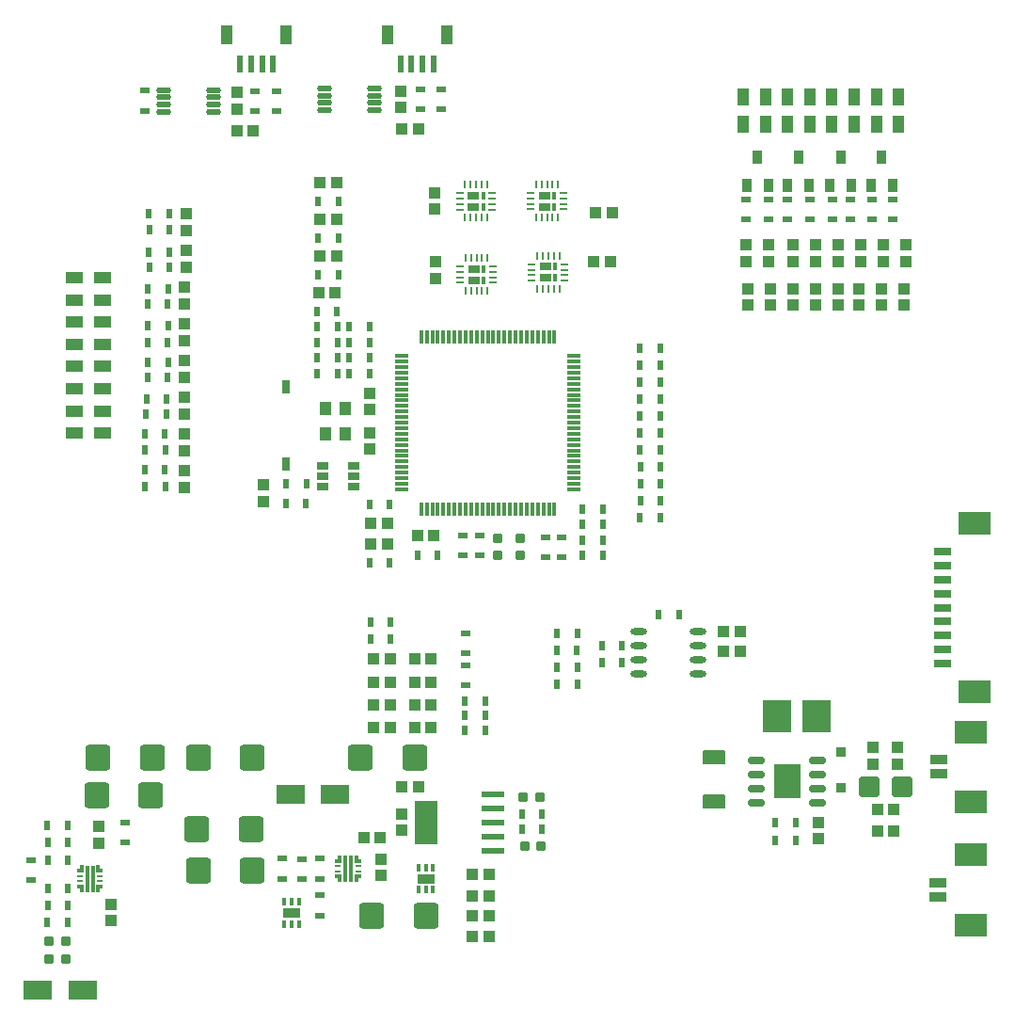
<source format=gbr>
G04*
G04 #@! TF.GenerationSoftware,Altium Limited,Altium Designer,24.1.2 (44)*
G04*
G04 Layer_Color=8421504*
%FSLAX44Y44*%
%MOMM*%
G71*
G04*
G04 #@! TF.SameCoordinates,8DB790BD-C0D2-442E-8808-D1DB86FAA070*
G04*
G04*
G04 #@! TF.FilePolarity,Positive*
G04*
G01*
G75*
%ADD21R,1.6000X0.8900*%
%ADD22R,0.3000X0.7000*%
%ADD23R,0.6000X0.9000*%
%ADD24R,1.5000X1.0000*%
%ADD25R,1.0000X1.8000*%
%ADD26R,0.6000X1.6400*%
%ADD27R,1.0000X1.5000*%
%ADD28R,1.6000X0.8100*%
%ADD29R,3.0000X2.1000*%
%ADD30O,1.5500X0.7000*%
%ADD31R,1.6000X0.8000*%
%ADD32R,3.0000X2.1000*%
%ADD33R,1.0000X0.7000*%
%ADD34R,0.3000X0.6500*%
%ADD35R,0.2500X0.7000*%
%ADD36R,0.7000X0.2500*%
%ADD37R,0.8500X1.2000*%
%ADD38R,0.3000X1.2000*%
%ADD39R,1.2000X0.3000*%
%ADD40R,1.0000X1.0500*%
%ADD41R,1.0500X1.0000*%
G04:AMPARAMS|DCode=42|XSize=0.91mm|YSize=0.83mm|CornerRadius=0.22mm|HoleSize=0mm|Usage=FLASHONLY|Rotation=180.000|XOffset=0mm|YOffset=0mm|HoleType=Round|Shape=RoundedRectangle|*
%AMROUNDEDRECTD42*
21,1,0.9100,0.3901,0,0,180.0*
21,1,0.4701,0.8300,0,0,180.0*
1,1,0.4399,-0.2351,0.1951*
1,1,0.4399,0.2351,0.1951*
1,1,0.4399,0.2351,-0.1951*
1,1,0.4399,-0.2351,-0.1951*
%
%ADD42ROUNDEDRECTD42*%
%ADD43R,2.1000X4.0000*%
%ADD44R,2.1000X0.6000*%
%ADD45R,0.8000X1.2000*%
%ADD46R,0.9000X0.6000*%
%ADD47R,0.9500X0.9000*%
G04:AMPARAMS|DCode=48|XSize=1.8mm|YSize=1.84mm|CornerRadius=0.225mm|HoleSize=0mm|Usage=FLASHONLY|Rotation=180.000|XOffset=0mm|YOffset=0mm|HoleType=Round|Shape=RoundedRectangle|*
%AMROUNDEDRECTD48*
21,1,1.8000,1.3900,0,0,180.0*
21,1,1.3500,1.8400,0,0,180.0*
1,1,0.4500,-0.6750,0.6950*
1,1,0.4500,0.6750,0.6950*
1,1,0.4500,0.6750,-0.6950*
1,1,0.4500,-0.6750,-0.6950*
%
%ADD48ROUNDEDRECTD48*%
G04:AMPARAMS|DCode=49|XSize=2.24mm|YSize=2.32mm|CornerRadius=0.28mm|HoleSize=0mm|Usage=FLASHONLY|Rotation=180.000|XOffset=0mm|YOffset=0mm|HoleType=Round|Shape=RoundedRectangle|*
%AMROUNDEDRECTD49*
21,1,2.2400,1.7600,0,0,180.0*
21,1,1.6800,2.3200,0,0,180.0*
1,1,0.5600,-0.8400,0.8800*
1,1,0.5600,0.8400,0.8800*
1,1,0.5600,0.8400,-0.8800*
1,1,0.5600,-0.8400,-0.8800*
%
%ADD49ROUNDEDRECTD49*%
%ADD50R,0.3000X2.4000*%
%ADD51R,0.3500X0.6500*%
%ADD52R,0.6000X0.3000*%
%ADD53R,0.6000X0.2500*%
%ADD54R,2.5000X1.7000*%
%ADD55O,1.3500X0.5500*%
G04:AMPARAMS|DCode=56|XSize=1.27mm|YSize=2.1mm|CornerRadius=0.1588mm|HoleSize=0mm|Usage=FLASHONLY|Rotation=270.000|XOffset=0mm|YOffset=0mm|HoleType=Round|Shape=RoundedRectangle|*
%AMROUNDEDRECTD56*
21,1,1.2700,1.7825,0,0,270.0*
21,1,0.9525,2.1000,0,0,270.0*
1,1,0.3175,-0.8913,-0.4763*
1,1,0.3175,-0.8913,0.4763*
1,1,0.3175,0.8913,0.4763*
1,1,0.3175,0.8913,-0.4763*
%
%ADD56ROUNDEDRECTD56*%
%ADD57R,2.4500X3.0500*%
%ADD58R,2.5000X3.0000*%
%ADD59O,1.5000X0.6000*%
%ADD60R,1.1000X1.3000*%
%ADD61R,1.1000X0.7000*%
G04:AMPARAMS|DCode=62|XSize=0.91mm|YSize=0.83mm|CornerRadius=0.22mm|HoleSize=0mm|Usage=FLASHONLY|Rotation=270.000|XOffset=0mm|YOffset=0mm|HoleType=Round|Shape=RoundedRectangle|*
%AMROUNDEDRECTD62*
21,1,0.9100,0.3901,0,0,270.0*
21,1,0.4701,0.8300,0,0,270.0*
1,1,0.4399,-0.1951,-0.2351*
1,1,0.4399,-0.1951,0.2351*
1,1,0.4399,0.1951,0.2351*
1,1,0.4399,0.1951,-0.2351*
%
%ADD62ROUNDEDRECTD62*%
D21*
X1560670Y853230D02*
D03*
X1681470Y883920D02*
D03*
D22*
X1554170Y863180D02*
D03*
X1560670D02*
D03*
X1567170D02*
D03*
Y843280D02*
D03*
X1560670D02*
D03*
X1554170D02*
D03*
X1687970Y893870D02*
D03*
X1681470D02*
D03*
X1674970D02*
D03*
X1687970Y873970D02*
D03*
X1681470D02*
D03*
X1674970D02*
D03*
D23*
X1583312Y1394459D02*
D03*
X1601471Y1394460D02*
D03*
X1840608Y1202691D02*
D03*
X1822449Y1202690D02*
D03*
X1840608Y1174751D02*
D03*
X1822449Y1174750D02*
D03*
X1840608Y1216661D02*
D03*
X1822449Y1216660D02*
D03*
X1840608Y1188721D02*
D03*
X1822449Y1188720D02*
D03*
X1673859Y1174750D02*
D03*
X1692018Y1174751D02*
D03*
X1630679Y1220470D02*
D03*
X1648838Y1220471D02*
D03*
X1630679Y1168400D02*
D03*
X1648838Y1168401D02*
D03*
X1874519Y1224280D02*
D03*
X1892678Y1224281D02*
D03*
X1874520Y1239520D02*
D03*
X1892679Y1239521D02*
D03*
X1874519Y1254760D02*
D03*
X1892678Y1254761D02*
D03*
X1874141Y1285239D02*
D03*
X1892300Y1285240D02*
D03*
X1874141Y1300479D02*
D03*
X1892300Y1300480D02*
D03*
X1874141Y1315719D02*
D03*
X1892300Y1315720D02*
D03*
X1874141Y1330959D02*
D03*
X1892300Y1330960D02*
D03*
X1767839Y942340D02*
D03*
X1785998Y942341D02*
D03*
X1767839Y928370D02*
D03*
X1785998Y928371D02*
D03*
X1341119Y859790D02*
D03*
X1359278Y859791D02*
D03*
X1341119Y875030D02*
D03*
X1359278Y875031D02*
D03*
X1341119Y900430D02*
D03*
X1359278Y900431D02*
D03*
X1358901Y932180D02*
D03*
X1340742Y932179D02*
D03*
X1358901Y844550D02*
D03*
X1340742Y844549D02*
D03*
X1341119Y916940D02*
D03*
X1359278Y916941D02*
D03*
X1649731Y1099820D02*
D03*
X1631572Y1099819D02*
D03*
X1649731Y1115060D02*
D03*
X1631572Y1115059D02*
D03*
X1734821Y1031240D02*
D03*
X1716662Y1031239D02*
D03*
X1734821Y1043940D02*
D03*
X1716662Y1043939D02*
D03*
X1734821Y1017270D02*
D03*
X1716662Y1017269D02*
D03*
X1799589Y1104900D02*
D03*
X1817748Y1104901D02*
D03*
X1799589Y1059180D02*
D03*
X1817748Y1059181D02*
D03*
X1799589Y1074420D02*
D03*
X1817748Y1074421D02*
D03*
X1892301Y1361440D02*
D03*
X1874142Y1361439D02*
D03*
X1892301Y1270000D02*
D03*
X1874142Y1269999D02*
D03*
X1892301Y1209040D02*
D03*
X1874142Y1209039D02*
D03*
X1892301Y1346200D02*
D03*
X1874142Y1346199D02*
D03*
X1817371Y1089660D02*
D03*
X1799212Y1089659D02*
D03*
X1630681Y1380490D02*
D03*
X1612522Y1380489D02*
D03*
X1630681Y1366520D02*
D03*
X1612522Y1366519D02*
D03*
X1583689Y1380490D02*
D03*
X1601848Y1380491D02*
D03*
X1583689Y1366520D02*
D03*
X1601848Y1366521D02*
D03*
X1630681Y1352550D02*
D03*
X1612522Y1352549D02*
D03*
X1630681Y1338580D02*
D03*
X1612522Y1338579D02*
D03*
X1583689Y1352550D02*
D03*
X1601848Y1352551D02*
D03*
X1583689Y1338580D02*
D03*
X1601848Y1338581D02*
D03*
X1602741Y1460500D02*
D03*
X1584582Y1460499D02*
D03*
X1428749Y1269880D02*
D03*
X1446908Y1269881D02*
D03*
X1449071Y1400690D02*
D03*
X1430912Y1400689D02*
D03*
X1446531Y1283850D02*
D03*
X1428372Y1283849D02*
D03*
X1431289Y1414660D02*
D03*
X1449448Y1414661D02*
D03*
X1602741Y1493520D02*
D03*
X1584582Y1493519D02*
D03*
X1449071Y1334650D02*
D03*
X1430912Y1334649D02*
D03*
X1432559Y1468000D02*
D03*
X1450718Y1468001D02*
D03*
X1431289Y1348620D02*
D03*
X1449448Y1348621D02*
D03*
X1450341Y1481970D02*
D03*
X1432182Y1481969D02*
D03*
X1446531Y1252100D02*
D03*
X1428372Y1252099D02*
D03*
X1431289Y1381640D02*
D03*
X1449448Y1381641D02*
D03*
X1428749Y1236860D02*
D03*
X1446908Y1236861D02*
D03*
X1449071Y1366400D02*
D03*
X1430912Y1366399D02*
D03*
X1602741Y1427480D02*
D03*
X1584582Y1427479D02*
D03*
X1450341Y1447680D02*
D03*
X1432182Y1447679D02*
D03*
X1430019Y1315600D02*
D03*
X1448178Y1315601D02*
D03*
X1432559Y1433710D02*
D03*
X1450718Y1433711D02*
D03*
X1447801Y1301630D02*
D03*
X1429642Y1301629D02*
D03*
X1891029Y1121410D02*
D03*
X1909188Y1121411D02*
D03*
X2014221Y918210D02*
D03*
X1996062Y918209D02*
D03*
X2014221Y934720D02*
D03*
X1996062Y934719D02*
D03*
X1858011Y1078230D02*
D03*
X1839852Y1078229D02*
D03*
X1858011Y1093470D02*
D03*
X1839852Y1093469D02*
D03*
X1573531Y1221740D02*
D03*
X1555372Y1221739D02*
D03*
X1555749Y1239520D02*
D03*
X1573908Y1239521D02*
D03*
D24*
X1390250Y1284610D02*
D03*
X1365250D02*
D03*
X1390250Y1304610D02*
D03*
X1365250D02*
D03*
X1390250Y1324610D02*
D03*
X1365250D02*
D03*
X1390250Y1344610D02*
D03*
X1365250D02*
D03*
X1390250Y1364610D02*
D03*
X1365250D02*
D03*
X1390250Y1384610D02*
D03*
X1365250D02*
D03*
X1390250Y1404610D02*
D03*
X1365250D02*
D03*
X1390250Y1424610D02*
D03*
X1365250D02*
D03*
D25*
X1502730Y1643380D02*
D03*
X1556070D02*
D03*
X1647190D02*
D03*
X1700530D02*
D03*
D26*
X1524160Y1616710D02*
D03*
X1544160D02*
D03*
X1534160D02*
D03*
X1514160D02*
D03*
X1668620D02*
D03*
X1688620D02*
D03*
X1678620D02*
D03*
X1658620D02*
D03*
D27*
X1967080Y1562180D02*
D03*
Y1587180D02*
D03*
X1987080Y1562180D02*
D03*
Y1587180D02*
D03*
X2007080Y1562180D02*
D03*
Y1587180D02*
D03*
X2027080Y1562180D02*
D03*
Y1587180D02*
D03*
X2047080Y1562180D02*
D03*
Y1587180D02*
D03*
X2067080Y1562180D02*
D03*
Y1587180D02*
D03*
X2087080Y1562180D02*
D03*
Y1587180D02*
D03*
X2107080Y1562180D02*
D03*
Y1587180D02*
D03*
D28*
X2143230Y990700D02*
D03*
Y978200D02*
D03*
X2142700Y880010D02*
D03*
Y867510D02*
D03*
D29*
X2172230Y952700D02*
D03*
X2172230Y1016000D02*
D03*
X2171700Y905310D02*
D03*
X2171700Y842010D02*
D03*
D30*
X2033850Y977900D02*
D03*
X1979350Y965200D02*
D03*
Y952500D02*
D03*
Y990600D02*
D03*
Y977900D02*
D03*
X2033850Y990600D02*
D03*
Y965200D02*
D03*
Y952500D02*
D03*
D31*
X2146430Y1077760D02*
D03*
Y1090260D02*
D03*
Y1102760D02*
D03*
Y1115260D02*
D03*
Y1127760D02*
D03*
Y1140260D02*
D03*
Y1152760D02*
D03*
Y1165260D02*
D03*
Y1177760D02*
D03*
D32*
X2175430Y1203260D02*
D03*
Y1052260D02*
D03*
D33*
X1789270Y1424160D02*
D03*
Y1434320D02*
D03*
X1788160Y1488440D02*
D03*
Y1498600D02*
D03*
X1724660Y1422400D02*
D03*
Y1432560D02*
D03*
X1724170Y1488320D02*
D03*
Y1498480D02*
D03*
D34*
X1798160Y1424160D02*
D03*
Y1434320D02*
D03*
X1797050Y1488440D02*
D03*
Y1498600D02*
D03*
X1733550Y1422400D02*
D03*
Y1432560D02*
D03*
X1733060Y1488320D02*
D03*
Y1498480D02*
D03*
X1604330Y901560D02*
D03*
X1618830D02*
D03*
X1371960Y892670D02*
D03*
X1386460D02*
D03*
D35*
X1801810Y1443990D02*
D03*
X1796810D02*
D03*
X1791810D02*
D03*
X1786810D02*
D03*
X1781810D02*
D03*
Y1414490D02*
D03*
X1786810D02*
D03*
X1791810D02*
D03*
X1796810D02*
D03*
X1801810D02*
D03*
X1800700Y1508270D02*
D03*
X1795700D02*
D03*
X1790700D02*
D03*
X1785700D02*
D03*
X1780700D02*
D03*
Y1478770D02*
D03*
X1785700D02*
D03*
X1790700D02*
D03*
X1795700D02*
D03*
X1800700D02*
D03*
X1737200Y1442230D02*
D03*
X1732200D02*
D03*
X1727200D02*
D03*
X1722200D02*
D03*
X1717200D02*
D03*
Y1412730D02*
D03*
X1722200D02*
D03*
X1727200D02*
D03*
X1732200D02*
D03*
X1737200D02*
D03*
X1736710Y1508150D02*
D03*
X1731710D02*
D03*
X1726710D02*
D03*
X1721710D02*
D03*
X1716710D02*
D03*
Y1478650D02*
D03*
X1721710D02*
D03*
X1726710D02*
D03*
X1731710D02*
D03*
X1736710D02*
D03*
D36*
X1777060Y1436740D02*
D03*
Y1431740D02*
D03*
Y1426740D02*
D03*
Y1421740D02*
D03*
X1806560Y1426740D02*
D03*
Y1431740D02*
D03*
Y1436740D02*
D03*
Y1421740D02*
D03*
X1775950Y1501020D02*
D03*
Y1496020D02*
D03*
Y1491020D02*
D03*
Y1486020D02*
D03*
X1805450Y1491020D02*
D03*
Y1496020D02*
D03*
Y1501020D02*
D03*
Y1486020D02*
D03*
X1712450Y1434980D02*
D03*
Y1429980D02*
D03*
Y1424980D02*
D03*
Y1419980D02*
D03*
X1741950D02*
D03*
Y1424980D02*
D03*
Y1429980D02*
D03*
Y1434980D02*
D03*
X1711960Y1500900D02*
D03*
Y1495900D02*
D03*
Y1490900D02*
D03*
Y1485900D02*
D03*
X1741460Y1490900D02*
D03*
Y1495900D02*
D03*
Y1500900D02*
D03*
Y1485900D02*
D03*
D37*
X1989785Y1507690D02*
D03*
X1970532Y1507744D02*
D03*
X1979981Y1532690D02*
D03*
X2016811D02*
D03*
X2007362Y1507744D02*
D03*
X2026615Y1507690D02*
D03*
X2091690Y1532890D02*
D03*
X2082241Y1507944D02*
D03*
X2101494Y1507890D02*
D03*
X2054860Y1532890D02*
D03*
X2045411Y1507944D02*
D03*
X2064664Y1507890D02*
D03*
D38*
X1687360Y1371630D02*
D03*
X1697360D02*
D03*
X1702360D02*
D03*
X1677360Y1216630D02*
D03*
X1682360D02*
D03*
X1687360D02*
D03*
X1692360D02*
D03*
X1697360D02*
D03*
X1702360D02*
D03*
X1707360D02*
D03*
X1712360D02*
D03*
X1717360D02*
D03*
X1722360D02*
D03*
X1727360D02*
D03*
X1732360D02*
D03*
X1737360D02*
D03*
X1742360D02*
D03*
X1747360D02*
D03*
X1752360D02*
D03*
X1757360D02*
D03*
X1762360D02*
D03*
X1767360D02*
D03*
X1772360D02*
D03*
X1777360D02*
D03*
X1782360D02*
D03*
X1787360D02*
D03*
X1792360D02*
D03*
X1797360D02*
D03*
Y1371630D02*
D03*
X1792360D02*
D03*
X1787360D02*
D03*
X1782360D02*
D03*
X1777360D02*
D03*
X1772360D02*
D03*
X1767360D02*
D03*
X1762360D02*
D03*
X1757360D02*
D03*
X1752360D02*
D03*
X1747360D02*
D03*
X1742360D02*
D03*
X1737360D02*
D03*
X1732360D02*
D03*
X1727360D02*
D03*
X1722360D02*
D03*
X1717360D02*
D03*
X1712360D02*
D03*
X1707360D02*
D03*
X1692360D02*
D03*
X1682360D02*
D03*
X1677360D02*
D03*
D39*
X1814860Y1249130D02*
D03*
X1659860Y1354130D02*
D03*
Y1349130D02*
D03*
Y1344130D02*
D03*
Y1339130D02*
D03*
Y1334130D02*
D03*
Y1329130D02*
D03*
Y1324130D02*
D03*
Y1319130D02*
D03*
Y1314130D02*
D03*
Y1309130D02*
D03*
Y1304130D02*
D03*
Y1299130D02*
D03*
Y1294130D02*
D03*
Y1289130D02*
D03*
Y1284130D02*
D03*
Y1279130D02*
D03*
Y1274130D02*
D03*
Y1269130D02*
D03*
Y1264130D02*
D03*
Y1259130D02*
D03*
Y1254130D02*
D03*
Y1249130D02*
D03*
Y1244130D02*
D03*
Y1239130D02*
D03*
Y1234130D02*
D03*
X1814860D02*
D03*
Y1239130D02*
D03*
Y1244130D02*
D03*
Y1254130D02*
D03*
Y1259130D02*
D03*
Y1264130D02*
D03*
Y1269130D02*
D03*
Y1274130D02*
D03*
Y1279130D02*
D03*
Y1284130D02*
D03*
Y1289130D02*
D03*
Y1294130D02*
D03*
Y1299130D02*
D03*
Y1304130D02*
D03*
Y1309130D02*
D03*
Y1314130D02*
D03*
Y1319130D02*
D03*
Y1324130D02*
D03*
Y1329130D02*
D03*
Y1334130D02*
D03*
Y1339130D02*
D03*
Y1344130D02*
D03*
Y1349130D02*
D03*
Y1354130D02*
D03*
D40*
X1971040Y1414660D02*
D03*
Y1399660D02*
D03*
X2011680Y1414660D02*
D03*
Y1399660D02*
D03*
X1991360Y1414660D02*
D03*
Y1399660D02*
D03*
X2091690Y1414660D02*
D03*
Y1399660D02*
D03*
X2112010Y1414660D02*
D03*
Y1399660D02*
D03*
X2113280Y1439030D02*
D03*
Y1454030D02*
D03*
X2072640Y1439150D02*
D03*
Y1454150D02*
D03*
X2052320Y1439150D02*
D03*
Y1454150D02*
D03*
X2032000Y1414660D02*
D03*
Y1399660D02*
D03*
X2011680Y1439150D02*
D03*
Y1454150D02*
D03*
X2071370Y1414780D02*
D03*
Y1399780D02*
D03*
X2052320Y1414660D02*
D03*
Y1399660D02*
D03*
X1969770Y1438910D02*
D03*
Y1453910D02*
D03*
X1990090Y1439030D02*
D03*
Y1454030D02*
D03*
X2092960Y1439030D02*
D03*
Y1454030D02*
D03*
X2032000Y1439030D02*
D03*
Y1454030D02*
D03*
X2084070Y986910D02*
D03*
X2105660D02*
D03*
X1640830Y886580D02*
D03*
Y901580D02*
D03*
X1659890Y942220D02*
D03*
Y927220D02*
D03*
X1398260Y861060D02*
D03*
Y846060D02*
D03*
X1386830Y915790D02*
D03*
Y930790D02*
D03*
X1690370Y1438910D02*
D03*
Y1423910D02*
D03*
X1689100Y1501020D02*
D03*
Y1486020D02*
D03*
X1464310Y1283730D02*
D03*
Y1268730D02*
D03*
Y1415810D02*
D03*
Y1400810D02*
D03*
Y1349770D02*
D03*
Y1334770D02*
D03*
X1465580Y1481850D02*
D03*
Y1466850D02*
D03*
X1464310Y1235710D02*
D03*
Y1250710D02*
D03*
Y1367790D02*
D03*
Y1382790D02*
D03*
X1465580Y1433830D02*
D03*
Y1448830D02*
D03*
X1464310Y1301750D02*
D03*
Y1316750D02*
D03*
X1511300Y1576190D02*
D03*
Y1591190D02*
D03*
X1658620Y1577460D02*
D03*
Y1592460D02*
D03*
X2105660Y1001910D02*
D03*
X2084070D02*
D03*
X2034540Y934600D02*
D03*
Y919600D02*
D03*
X1535430Y1238130D02*
D03*
Y1223130D02*
D03*
X1630680Y1285120D02*
D03*
Y1270120D02*
D03*
Y1305680D02*
D03*
Y1320680D02*
D03*
D41*
X1847730Y1438910D02*
D03*
X1832730D02*
D03*
X1632070Y1203960D02*
D03*
X1647070D02*
D03*
X1632070Y1184910D02*
D03*
X1647070D02*
D03*
X1625710Y920750D02*
D03*
X1640710D02*
D03*
X1723510Y887730D02*
D03*
X1738510D02*
D03*
X1675010Y966470D02*
D03*
X1660010D02*
D03*
X1738510Y868680D02*
D03*
X1723510D02*
D03*
X1738510Y850900D02*
D03*
X1723510D02*
D03*
X1723510Y831850D02*
D03*
X1738510D02*
D03*
X1634610Y1040130D02*
D03*
X1649610D02*
D03*
X1634610Y1082040D02*
D03*
X1649610D02*
D03*
X1671440Y1040130D02*
D03*
X1686440D02*
D03*
X1671440Y1082040D02*
D03*
X1686440D02*
D03*
X1634610Y1019810D02*
D03*
X1649610D02*
D03*
X1634610Y1060450D02*
D03*
X1649610D02*
D03*
X1671440Y1019810D02*
D03*
X1686440D02*
D03*
X1671440Y1060450D02*
D03*
X1686440D02*
D03*
X1834120Y1483360D02*
D03*
X1849120D02*
D03*
X1673905Y1192335D02*
D03*
X1688905D02*
D03*
X1586350Y1477010D02*
D03*
X1601350D02*
D03*
X1586350Y1510030D02*
D03*
X1601350D02*
D03*
X1585080Y1410970D02*
D03*
X1600080D02*
D03*
X1586350Y1443990D02*
D03*
X1601350D02*
D03*
X1526300Y1557020D02*
D03*
X1511300D02*
D03*
X1675010Y1558290D02*
D03*
X1660010D02*
D03*
X2088000Y946150D02*
D03*
X2103000D02*
D03*
X2088000Y927100D02*
D03*
X2103000D02*
D03*
X1964450Y1106170D02*
D03*
X1949450D02*
D03*
X1949570Y1088390D02*
D03*
X1964570D02*
D03*
D42*
X1342510Y828040D02*
D03*
X1357510D02*
D03*
X1769230Y957580D02*
D03*
X1784230D02*
D03*
X1770500Y913130D02*
D03*
X1785500D02*
D03*
X1357630Y811530D02*
D03*
X1342630D02*
D03*
D43*
X1682210Y934720D02*
D03*
D44*
X1741710Y960120D02*
D03*
Y947420D02*
D03*
Y934720D02*
D03*
Y922020D02*
D03*
Y909320D02*
D03*
D45*
X1555750Y1326590D02*
D03*
Y1256590D02*
D03*
D46*
X1714500Y1174749D02*
D03*
X1714499Y1192908D02*
D03*
X1729740Y1174749D02*
D03*
X1729739Y1192908D02*
D03*
X1717040Y1075691D02*
D03*
X1551930Y883919D02*
D03*
X1586220Y850899D02*
D03*
X1586219Y869058D02*
D03*
X1551929Y902078D02*
D03*
X1569710Y901701D02*
D03*
X1569711Y883542D02*
D03*
X1586220Y883919D02*
D03*
X1586219Y902078D02*
D03*
X1325880Y882649D02*
D03*
X1325879Y900808D02*
D03*
X1410960Y934721D02*
D03*
X1410961Y916562D02*
D03*
X1803400Y1191261D02*
D03*
X1803401Y1173102D02*
D03*
X1789430Y1191261D02*
D03*
X1789431Y1173102D02*
D03*
X1717040Y1104901D02*
D03*
X1717041Y1086742D02*
D03*
Y1057532D02*
D03*
X2026920Y1477009D02*
D03*
X2026919Y1495168D02*
D03*
X1990090Y1477009D02*
D03*
X1990089Y1495168D02*
D03*
X2006600Y1477009D02*
D03*
X2006599Y1495168D02*
D03*
X1969770Y1477009D02*
D03*
X1969769Y1495168D02*
D03*
X2101850Y1477009D02*
D03*
X2101849Y1495168D02*
D03*
X2063750Y1477009D02*
D03*
X2063749Y1495168D02*
D03*
X2082800Y1477009D02*
D03*
X2082799Y1495168D02*
D03*
X2047240Y1477009D02*
D03*
X2047239Y1495168D02*
D03*
X1546860Y1592581D02*
D03*
X1546861Y1574422D02*
D03*
X1527810Y1592581D02*
D03*
X1527811Y1574422D02*
D03*
X1428750Y1574799D02*
D03*
X1428749Y1592958D02*
D03*
X1695450Y1593851D02*
D03*
X1695451Y1575692D02*
D03*
X1676400Y1593850D02*
D03*
X1676401Y1575691D02*
D03*
D47*
X2054860Y965960D02*
D03*
Y997460D02*
D03*
D48*
X2080500Y966470D02*
D03*
X2110500D02*
D03*
D49*
X1525480Y891540D02*
D03*
X1476780D02*
D03*
X1525490Y993140D02*
D03*
X1476790D02*
D03*
X1434050Y958850D02*
D03*
X1385350D02*
D03*
X1671540Y993140D02*
D03*
X1622840D02*
D03*
X1435320D02*
D03*
X1386620D02*
D03*
X1681690Y850900D02*
D03*
X1632990D02*
D03*
X1524210Y928370D02*
D03*
X1475510D02*
D03*
D50*
X1609080Y892810D02*
D03*
X1614080D02*
D03*
X1381710Y883920D02*
D03*
X1376710D02*
D03*
D51*
X1604330Y884060D02*
D03*
X1618830D02*
D03*
X1371960Y875170D02*
D03*
X1386460D02*
D03*
D52*
X1620580Y899810D02*
D03*
Y885810D02*
D03*
X1602580D02*
D03*
Y899810D02*
D03*
X1388210Y890920D02*
D03*
Y876920D02*
D03*
X1370210D02*
D03*
Y890920D02*
D03*
D53*
X1620580Y895060D02*
D03*
Y890560D02*
D03*
X1602580D02*
D03*
Y895060D02*
D03*
X1388210Y886170D02*
D03*
Y881670D02*
D03*
X1370210D02*
D03*
Y886170D02*
D03*
D54*
X1599870Y960120D02*
D03*
X1559870D02*
D03*
X1332550Y783590D02*
D03*
X1372550D02*
D03*
D55*
X1445870Y1593440D02*
D03*
Y1586940D02*
D03*
Y1580440D02*
D03*
Y1573940D02*
D03*
X1490370Y1593440D02*
D03*
Y1586940D02*
D03*
Y1580440D02*
D03*
Y1573940D02*
D03*
X1590650Y1594710D02*
D03*
Y1588210D02*
D03*
Y1581710D02*
D03*
Y1575210D02*
D03*
X1635150Y1594710D02*
D03*
Y1588210D02*
D03*
Y1581710D02*
D03*
Y1575210D02*
D03*
D56*
X1940560Y952970D02*
D03*
Y992670D02*
D03*
D57*
X2006600Y971550D02*
D03*
D58*
X2033490Y1029970D02*
D03*
X1997490D02*
D03*
D59*
X1926920Y1068070D02*
D03*
Y1080770D02*
D03*
Y1093470D02*
D03*
Y1106170D02*
D03*
X1872920Y1068070D02*
D03*
Y1080770D02*
D03*
Y1093470D02*
D03*
Y1106170D02*
D03*
D60*
X1609200Y1283900D02*
D03*
Y1306900D02*
D03*
X1591200D02*
D03*
Y1283900D02*
D03*
D61*
X1588490Y1236370D02*
D03*
Y1245870D02*
D03*
Y1255370D02*
D03*
X1616990D02*
D03*
Y1245870D02*
D03*
Y1236370D02*
D03*
D62*
X1766570Y1189870D02*
D03*
Y1174870D02*
D03*
X1746250Y1189870D02*
D03*
Y1174870D02*
D03*
M02*

</source>
